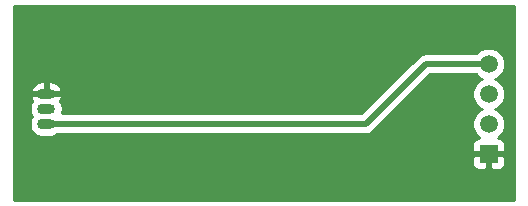
<source format=gbl>
G04 #@! TF.FileFunction,Copper,L2,Bot,Signal*
%FSLAX46Y46*%
G04 Gerber Fmt 4.6, Leading zero omitted, Abs format (unit mm)*
G04 Created by KiCad (PCBNEW 4.0.1-stable) date Tuesday, March 29, 2016 'AMt' 12:53:49 AM*
%MOMM*%
G01*
G04 APERTURE LIST*
%ADD10C,0.100000*%
%ADD11R,1.500000X1.500000*%
%ADD12C,1.500000*%
%ADD13O,1.501140X0.899160*%
%ADD14C,0.508000*%
%ADD15C,0.254000*%
G04 APERTURE END LIST*
D10*
D11*
X158750000Y-106680000D03*
D12*
X158750000Y-104140000D03*
X158750000Y-101600000D03*
X158750000Y-99060000D03*
D13*
X121285000Y-102870000D03*
X121285000Y-104140000D03*
X121285000Y-101600000D03*
D14*
X121285000Y-101600000D02*
X120015000Y-101600000D01*
X121539000Y-106680000D02*
X158750000Y-106680000D01*
X119507000Y-104648000D02*
X121539000Y-106680000D01*
X119507000Y-102108000D02*
X119507000Y-104648000D01*
X120015000Y-101600000D02*
X119507000Y-102108000D01*
X158750000Y-99060000D02*
X153416000Y-99060000D01*
X148336000Y-104140000D02*
X121285000Y-104140000D01*
X153416000Y-99060000D02*
X148336000Y-104140000D01*
D15*
G36*
X160909000Y-110542000D02*
X118566000Y-110542000D01*
X118566000Y-106965750D01*
X157365000Y-106965750D01*
X157365000Y-107556309D01*
X157461673Y-107789698D01*
X157640301Y-107968327D01*
X157873690Y-108065000D01*
X158464250Y-108065000D01*
X158623000Y-107906250D01*
X158623000Y-106807000D01*
X158877000Y-106807000D01*
X158877000Y-107906250D01*
X159035750Y-108065000D01*
X159626310Y-108065000D01*
X159859699Y-107968327D01*
X160038327Y-107789698D01*
X160135000Y-107556309D01*
X160135000Y-106965750D01*
X159976250Y-106807000D01*
X158877000Y-106807000D01*
X158623000Y-106807000D01*
X157523750Y-106807000D01*
X157365000Y-106965750D01*
X118566000Y-106965750D01*
X118566000Y-102870000D01*
X119872285Y-102870000D01*
X119954844Y-103285051D01*
X120101809Y-103505000D01*
X119954844Y-103724949D01*
X119872285Y-104140000D01*
X119954844Y-104555051D01*
X120189951Y-104906914D01*
X120541814Y-105142021D01*
X120956865Y-105224580D01*
X121613135Y-105224580D01*
X122028186Y-105142021D01*
X122197334Y-105029000D01*
X148336000Y-105029000D01*
X148676206Y-104961329D01*
X148964618Y-104768618D01*
X153784236Y-99949000D01*
X157680470Y-99949000D01*
X157964436Y-100233461D01*
X158196870Y-100329976D01*
X157966485Y-100425169D01*
X157576539Y-100814436D01*
X157365241Y-101323298D01*
X157364760Y-101874285D01*
X157575169Y-102383515D01*
X157964436Y-102773461D01*
X158196870Y-102869976D01*
X157966485Y-102965169D01*
X157576539Y-103354436D01*
X157365241Y-103863298D01*
X157364760Y-104414285D01*
X157575169Y-104923515D01*
X157946007Y-105295000D01*
X157873690Y-105295000D01*
X157640301Y-105391673D01*
X157461673Y-105570302D01*
X157365000Y-105803691D01*
X157365000Y-106394250D01*
X157523750Y-106553000D01*
X158623000Y-106553000D01*
X158623000Y-106533000D01*
X158877000Y-106533000D01*
X158877000Y-106553000D01*
X159976250Y-106553000D01*
X160135000Y-106394250D01*
X160135000Y-105803691D01*
X160038327Y-105570302D01*
X159859699Y-105391673D01*
X159626310Y-105295000D01*
X159553381Y-105295000D01*
X159923461Y-104925564D01*
X160134759Y-104416702D01*
X160135240Y-103865715D01*
X159924831Y-103356485D01*
X159535564Y-102966539D01*
X159303130Y-102870024D01*
X159533515Y-102774831D01*
X159923461Y-102385564D01*
X160134759Y-101876702D01*
X160135240Y-101325715D01*
X159924831Y-100816485D01*
X159535564Y-100426539D01*
X159303130Y-100330024D01*
X159533515Y-100234831D01*
X159923461Y-99845564D01*
X160134759Y-99336702D01*
X160135240Y-98785715D01*
X159924831Y-98276485D01*
X159535564Y-97886539D01*
X159026702Y-97675241D01*
X158475715Y-97674760D01*
X157966485Y-97885169D01*
X157680155Y-98171000D01*
X153416000Y-98171000D01*
X153075794Y-98238671D01*
X152787382Y-98431382D01*
X147967764Y-103251000D01*
X122621929Y-103251000D01*
X122697715Y-102870000D01*
X122615156Y-102454949D01*
X122465359Y-102230762D01*
X122629981Y-101893935D01*
X122503068Y-101727000D01*
X121412000Y-101727000D01*
X121412000Y-101747000D01*
X121158000Y-101747000D01*
X121158000Y-101727000D01*
X120066932Y-101727000D01*
X119940019Y-101893935D01*
X120104641Y-102230762D01*
X119954844Y-102454949D01*
X119872285Y-102870000D01*
X118566000Y-102870000D01*
X118566000Y-101306065D01*
X119940019Y-101306065D01*
X120066932Y-101473000D01*
X121158000Y-101473000D01*
X121158000Y-100515420D01*
X121412000Y-100515420D01*
X121412000Y-101473000D01*
X122503068Y-101473000D01*
X122629981Y-101306065D01*
X122442706Y-100922889D01*
X122118373Y-100646580D01*
X121712990Y-100515420D01*
X121412000Y-100515420D01*
X121158000Y-100515420D01*
X120857010Y-100515420D01*
X120451627Y-100646580D01*
X120127294Y-100922889D01*
X119940019Y-101306065D01*
X118566000Y-101306065D01*
X118566000Y-94182000D01*
X160909000Y-94182000D01*
X160909000Y-110542000D01*
X160909000Y-110542000D01*
G37*
X160909000Y-110542000D02*
X118566000Y-110542000D01*
X118566000Y-106965750D01*
X157365000Y-106965750D01*
X157365000Y-107556309D01*
X157461673Y-107789698D01*
X157640301Y-107968327D01*
X157873690Y-108065000D01*
X158464250Y-108065000D01*
X158623000Y-107906250D01*
X158623000Y-106807000D01*
X158877000Y-106807000D01*
X158877000Y-107906250D01*
X159035750Y-108065000D01*
X159626310Y-108065000D01*
X159859699Y-107968327D01*
X160038327Y-107789698D01*
X160135000Y-107556309D01*
X160135000Y-106965750D01*
X159976250Y-106807000D01*
X158877000Y-106807000D01*
X158623000Y-106807000D01*
X157523750Y-106807000D01*
X157365000Y-106965750D01*
X118566000Y-106965750D01*
X118566000Y-102870000D01*
X119872285Y-102870000D01*
X119954844Y-103285051D01*
X120101809Y-103505000D01*
X119954844Y-103724949D01*
X119872285Y-104140000D01*
X119954844Y-104555051D01*
X120189951Y-104906914D01*
X120541814Y-105142021D01*
X120956865Y-105224580D01*
X121613135Y-105224580D01*
X122028186Y-105142021D01*
X122197334Y-105029000D01*
X148336000Y-105029000D01*
X148676206Y-104961329D01*
X148964618Y-104768618D01*
X153784236Y-99949000D01*
X157680470Y-99949000D01*
X157964436Y-100233461D01*
X158196870Y-100329976D01*
X157966485Y-100425169D01*
X157576539Y-100814436D01*
X157365241Y-101323298D01*
X157364760Y-101874285D01*
X157575169Y-102383515D01*
X157964436Y-102773461D01*
X158196870Y-102869976D01*
X157966485Y-102965169D01*
X157576539Y-103354436D01*
X157365241Y-103863298D01*
X157364760Y-104414285D01*
X157575169Y-104923515D01*
X157946007Y-105295000D01*
X157873690Y-105295000D01*
X157640301Y-105391673D01*
X157461673Y-105570302D01*
X157365000Y-105803691D01*
X157365000Y-106394250D01*
X157523750Y-106553000D01*
X158623000Y-106553000D01*
X158623000Y-106533000D01*
X158877000Y-106533000D01*
X158877000Y-106553000D01*
X159976250Y-106553000D01*
X160135000Y-106394250D01*
X160135000Y-105803691D01*
X160038327Y-105570302D01*
X159859699Y-105391673D01*
X159626310Y-105295000D01*
X159553381Y-105295000D01*
X159923461Y-104925564D01*
X160134759Y-104416702D01*
X160135240Y-103865715D01*
X159924831Y-103356485D01*
X159535564Y-102966539D01*
X159303130Y-102870024D01*
X159533515Y-102774831D01*
X159923461Y-102385564D01*
X160134759Y-101876702D01*
X160135240Y-101325715D01*
X159924831Y-100816485D01*
X159535564Y-100426539D01*
X159303130Y-100330024D01*
X159533515Y-100234831D01*
X159923461Y-99845564D01*
X160134759Y-99336702D01*
X160135240Y-98785715D01*
X159924831Y-98276485D01*
X159535564Y-97886539D01*
X159026702Y-97675241D01*
X158475715Y-97674760D01*
X157966485Y-97885169D01*
X157680155Y-98171000D01*
X153416000Y-98171000D01*
X153075794Y-98238671D01*
X152787382Y-98431382D01*
X147967764Y-103251000D01*
X122621929Y-103251000D01*
X122697715Y-102870000D01*
X122615156Y-102454949D01*
X122465359Y-102230762D01*
X122629981Y-101893935D01*
X122503068Y-101727000D01*
X121412000Y-101727000D01*
X121412000Y-101747000D01*
X121158000Y-101747000D01*
X121158000Y-101727000D01*
X120066932Y-101727000D01*
X119940019Y-101893935D01*
X120104641Y-102230762D01*
X119954844Y-102454949D01*
X119872285Y-102870000D01*
X118566000Y-102870000D01*
X118566000Y-101306065D01*
X119940019Y-101306065D01*
X120066932Y-101473000D01*
X121158000Y-101473000D01*
X121158000Y-100515420D01*
X121412000Y-100515420D01*
X121412000Y-101473000D01*
X122503068Y-101473000D01*
X122629981Y-101306065D01*
X122442706Y-100922889D01*
X122118373Y-100646580D01*
X121712990Y-100515420D01*
X121412000Y-100515420D01*
X121158000Y-100515420D01*
X120857010Y-100515420D01*
X120451627Y-100646580D01*
X120127294Y-100922889D01*
X119940019Y-101306065D01*
X118566000Y-101306065D01*
X118566000Y-94182000D01*
X160909000Y-94182000D01*
X160909000Y-110542000D01*
M02*

</source>
